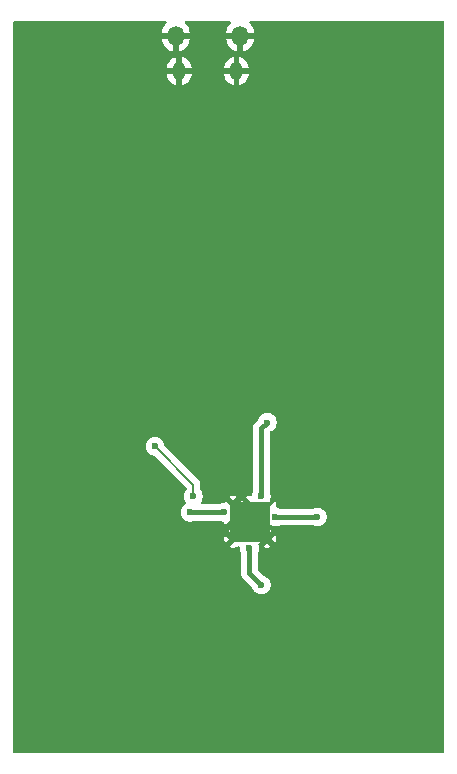
<source format=gbr>
%TF.GenerationSoftware,KiCad,Pcbnew,9.0.1*%
%TF.CreationDate,2025-04-23T18:23:55-07:00*%
%TF.ProjectId,rp2350,72703233-3530-42e6-9b69-6361645f7063,rev?*%
%TF.SameCoordinates,Original*%
%TF.FileFunction,Copper,L2,Bot*%
%TF.FilePolarity,Positive*%
%FSLAX46Y46*%
G04 Gerber Fmt 4.6, Leading zero omitted, Abs format (unit mm)*
G04 Created by KiCad (PCBNEW 9.0.1) date 2025-04-23 18:23:55*
%MOMM*%
%LPD*%
G01*
G04 APERTURE LIST*
%TA.AperFunction,HeatsinkPad*%
%ADD10C,0.500000*%
%TD*%
%TA.AperFunction,HeatsinkPad*%
%ADD11R,3.400000X3.400000*%
%TD*%
%TA.AperFunction,HeatsinkPad*%
%ADD12O,1.350000X1.700000*%
%TD*%
%TA.AperFunction,HeatsinkPad*%
%ADD13O,1.100000X1.500000*%
%TD*%
%TA.AperFunction,ViaPad*%
%ADD14C,0.600000*%
%TD*%
%TA.AperFunction,Conductor*%
%ADD15C,0.150000*%
%TD*%
%TA.AperFunction,Conductor*%
%ADD16C,0.400000*%
%TD*%
%TA.AperFunction,Conductor*%
%ADD17C,0.100000*%
%TD*%
G04 APERTURE END LIST*
D10*
%TO.P,U4,61,GND*%
%TO.N,GND*%
X122112500Y-91450000D03*
X122112500Y-92900000D03*
X122112500Y-94350000D03*
X123562500Y-91450000D03*
X123562500Y-92900000D03*
D11*
X123562500Y-92900000D03*
D10*
X123562500Y-94350000D03*
X125012500Y-91450000D03*
X125012500Y-92900000D03*
X125012500Y-94350000D03*
%TD*%
D12*
%TO.P,J3,6,Shield*%
%TO.N,GND*%
X117250000Y-51750000D03*
D13*
X117560000Y-54750000D03*
X122400000Y-54750000D03*
D12*
X122710000Y-51750000D03*
%TD*%
D14*
%TO.N,GND*%
X110500000Y-109000000D03*
X125250000Y-110000000D03*
X120500000Y-108250000D03*
X119513646Y-72083265D03*
%TO.N,/GPIO0*%
X118750000Y-90750000D03*
X115500000Y-86500000D03*
%TO.N,GND*%
X118500000Y-56250000D03*
X110250000Y-78500000D03*
X126250000Y-88500000D03*
X119500000Y-79500000D03*
X133000000Y-97500000D03*
X133000000Y-90000000D03*
X133000000Y-92000000D03*
X133000000Y-94000000D03*
X137250000Y-100750000D03*
X132875000Y-63625000D03*
X132750000Y-76000000D03*
X127500000Y-105000000D03*
X118250000Y-105000000D03*
X131000000Y-84500000D03*
X129250000Y-85750000D03*
X129250000Y-84000000D03*
%TO.N,+1V1*%
X125000000Y-84500000D03*
X124500000Y-90750000D03*
%TO.N,GND*%
X119750000Y-102500000D03*
X124750000Y-102500000D03*
X106000000Y-56250000D03*
X114250000Y-94250000D03*
X114250000Y-92250000D03*
X114250000Y-90250000D03*
%TO.N,+1V1*%
X123494987Y-95143049D03*
X124500000Y-98250000D03*
X118500000Y-92100000D03*
X121359258Y-92099966D03*
X129250000Y-92500000D03*
X125692179Y-92498886D03*
%TD*%
D15*
%TO.N,/GPIO0*%
X118750000Y-90750000D02*
X118750000Y-89750000D01*
X118750000Y-89750000D02*
X115500000Y-86500000D01*
D16*
%TO.N,+1V1*%
X125000000Y-84500000D02*
X124500000Y-85000000D01*
X124500000Y-85000000D02*
X124500000Y-90750000D01*
X123494987Y-95143049D02*
X123494987Y-97244987D01*
X123494987Y-97244987D02*
X124500000Y-98250000D01*
D15*
X118500034Y-92099966D02*
X118500000Y-92100000D01*
D16*
X121359258Y-92099966D02*
X118500034Y-92099966D01*
D17*
X129248886Y-92498886D02*
X129250000Y-92500000D01*
D16*
X125692179Y-92498886D02*
X129248886Y-92498886D01*
%TD*%
%TA.AperFunction,Conductor*%
%TO.N,GND*%
G36*
X116430476Y-50520185D02*
G01*
X116476231Y-50572989D01*
X116486175Y-50642147D01*
X116457150Y-50705703D01*
X116451118Y-50712181D01*
X116353758Y-50809540D01*
X116353754Y-50809545D01*
X116245052Y-50959162D01*
X116161084Y-51123956D01*
X116161083Y-51123959D01*
X116103933Y-51299852D01*
X116075000Y-51482526D01*
X116075000Y-51500000D01*
X116900000Y-51500000D01*
X116900000Y-52000000D01*
X116075000Y-52000000D01*
X116075000Y-52017473D01*
X116103933Y-52200147D01*
X116161083Y-52376040D01*
X116161084Y-52376043D01*
X116245052Y-52540837D01*
X116353754Y-52690454D01*
X116353758Y-52690459D01*
X116484540Y-52821241D01*
X116484545Y-52821245D01*
X116634162Y-52929947D01*
X116798956Y-53013915D01*
X116798959Y-53013916D01*
X116974845Y-53071064D01*
X116974858Y-53071067D01*
X117000000Y-53075049D01*
X117000000Y-52244975D01*
X117035095Y-52280070D01*
X117114905Y-52326148D01*
X117203922Y-52350000D01*
X117296078Y-52350000D01*
X117385095Y-52326148D01*
X117464905Y-52280070D01*
X117500000Y-52244975D01*
X117500000Y-53075048D01*
X117525141Y-53071067D01*
X117525154Y-53071064D01*
X117701040Y-53013916D01*
X117701043Y-53013915D01*
X117865837Y-52929947D01*
X118015454Y-52821245D01*
X118015459Y-52821241D01*
X118146241Y-52690459D01*
X118146245Y-52690454D01*
X118254947Y-52540837D01*
X118338915Y-52376043D01*
X118338916Y-52376040D01*
X118396066Y-52200147D01*
X118425000Y-52017473D01*
X118425000Y-52000000D01*
X117600000Y-52000000D01*
X117600000Y-51500000D01*
X118425000Y-51500000D01*
X118425000Y-51482526D01*
X118396066Y-51299852D01*
X118338916Y-51123959D01*
X118338915Y-51123956D01*
X118254947Y-50959162D01*
X118146245Y-50809545D01*
X118146241Y-50809540D01*
X118048882Y-50712181D01*
X118015397Y-50650858D01*
X118020381Y-50581166D01*
X118062253Y-50525233D01*
X118127717Y-50500816D01*
X118136563Y-50500500D01*
X121823437Y-50500500D01*
X121890476Y-50520185D01*
X121936231Y-50572989D01*
X121946175Y-50642147D01*
X121917150Y-50705703D01*
X121911118Y-50712181D01*
X121813758Y-50809540D01*
X121813754Y-50809545D01*
X121705052Y-50959162D01*
X121621084Y-51123956D01*
X121621083Y-51123959D01*
X121563933Y-51299852D01*
X121535000Y-51482526D01*
X121535000Y-51500000D01*
X122360000Y-51500000D01*
X122360000Y-52000000D01*
X121535000Y-52000000D01*
X121535000Y-52017473D01*
X121563933Y-52200147D01*
X121621083Y-52376040D01*
X121621084Y-52376043D01*
X121705052Y-52540837D01*
X121813754Y-52690454D01*
X121813758Y-52690459D01*
X121944540Y-52821241D01*
X121944545Y-52821245D01*
X122094162Y-52929947D01*
X122258956Y-53013915D01*
X122258959Y-53013916D01*
X122434845Y-53071064D01*
X122434858Y-53071067D01*
X122460000Y-53075049D01*
X122460000Y-52244975D01*
X122495095Y-52280070D01*
X122574905Y-52326148D01*
X122663922Y-52350000D01*
X122756078Y-52350000D01*
X122845095Y-52326148D01*
X122924905Y-52280070D01*
X122960000Y-52244975D01*
X122960000Y-53075048D01*
X122985141Y-53071067D01*
X122985154Y-53071064D01*
X123161040Y-53013916D01*
X123161043Y-53013915D01*
X123325837Y-52929947D01*
X123475454Y-52821245D01*
X123475459Y-52821241D01*
X123606241Y-52690459D01*
X123606245Y-52690454D01*
X123714947Y-52540837D01*
X123798915Y-52376043D01*
X123798916Y-52376040D01*
X123856066Y-52200147D01*
X123885000Y-52017473D01*
X123885000Y-52000000D01*
X123060000Y-52000000D01*
X123060000Y-51500000D01*
X123885000Y-51500000D01*
X123885000Y-51482526D01*
X123856066Y-51299852D01*
X123798916Y-51123959D01*
X123798915Y-51123956D01*
X123714947Y-50959162D01*
X123606245Y-50809545D01*
X123606241Y-50809540D01*
X123508882Y-50712181D01*
X123475397Y-50650858D01*
X123480381Y-50581166D01*
X123522253Y-50525233D01*
X123587717Y-50500816D01*
X123596563Y-50500500D01*
X139875500Y-50500500D01*
X139942539Y-50520185D01*
X139988294Y-50572989D01*
X139999500Y-50624500D01*
X139999500Y-112375500D01*
X139979815Y-112442539D01*
X139927011Y-112488294D01*
X139875500Y-112499500D01*
X103624500Y-112499500D01*
X103557461Y-112479815D01*
X103511706Y-112427011D01*
X103500500Y-112375500D01*
X103500500Y-95027577D01*
X121788475Y-95027577D01*
X121893736Y-95071178D01*
X121893740Y-95071179D01*
X122038626Y-95099999D01*
X122038629Y-95100000D01*
X122186371Y-95100000D01*
X122186373Y-95099999D01*
X122331259Y-95071179D01*
X122331267Y-95071177D01*
X122467754Y-95014642D01*
X122467765Y-95014636D01*
X122501595Y-94992032D01*
X122568272Y-94971153D01*
X122635652Y-94989637D01*
X122682343Y-95041615D01*
X122694487Y-95095133D01*
X122694487Y-95221895D01*
X122725248Y-95376538D01*
X122725251Y-95376550D01*
X122785048Y-95520913D01*
X122794487Y-95568365D01*
X122794487Y-97175993D01*
X122794487Y-97313981D01*
X122794487Y-97313983D01*
X122794486Y-97313983D01*
X122821405Y-97449309D01*
X122821408Y-97449319D01*
X122874209Y-97576794D01*
X122950874Y-97691532D01*
X122950875Y-97691533D01*
X123703928Y-98444585D01*
X123730808Y-98484814D01*
X123790602Y-98629172D01*
X123790609Y-98629185D01*
X123878210Y-98760288D01*
X123878213Y-98760292D01*
X123989707Y-98871786D01*
X123989711Y-98871789D01*
X124120814Y-98959390D01*
X124120827Y-98959397D01*
X124266498Y-99019735D01*
X124266503Y-99019737D01*
X124421153Y-99050499D01*
X124421156Y-99050500D01*
X124421158Y-99050500D01*
X124578844Y-99050500D01*
X124578845Y-99050499D01*
X124733497Y-99019737D01*
X124879179Y-98959394D01*
X125010289Y-98871789D01*
X125121789Y-98760289D01*
X125209394Y-98629179D01*
X125269737Y-98483497D01*
X125300500Y-98328842D01*
X125300500Y-98171158D01*
X125300500Y-98171155D01*
X125300499Y-98171153D01*
X125269738Y-98016510D01*
X125269737Y-98016503D01*
X125269735Y-98016498D01*
X125209397Y-97870827D01*
X125209390Y-97870814D01*
X125121789Y-97739711D01*
X125121786Y-97739707D01*
X125010292Y-97628213D01*
X125010288Y-97628210D01*
X124879185Y-97540609D01*
X124879172Y-97540602D01*
X124734814Y-97480808D01*
X124694585Y-97453928D01*
X124231806Y-96991149D01*
X124198321Y-96929826D01*
X124195487Y-96903468D01*
X124195487Y-95568365D01*
X124204926Y-95520913D01*
X124264722Y-95376550D01*
X124264724Y-95376546D01*
X124295487Y-95221891D01*
X124295487Y-95064207D01*
X124295487Y-95064204D01*
X124295486Y-95064202D01*
X124288201Y-95027577D01*
X124688475Y-95027577D01*
X124793736Y-95071178D01*
X124793740Y-95071179D01*
X124938626Y-95099999D01*
X124938629Y-95100000D01*
X125086371Y-95100000D01*
X125086373Y-95099999D01*
X125231260Y-95071179D01*
X125231275Y-95071175D01*
X125336524Y-95027578D01*
X125336524Y-95027577D01*
X125012501Y-94703554D01*
X125012500Y-94703554D01*
X124688475Y-95027577D01*
X124288201Y-95027577D01*
X124284895Y-95010954D01*
X124264725Y-94909557D01*
X124264724Y-94909556D01*
X124264724Y-94909552D01*
X124240879Y-94851986D01*
X124233411Y-94782518D01*
X124264686Y-94720039D01*
X124324244Y-94684702D01*
X124658946Y-94350000D01*
X124658946Y-94349999D01*
X124639056Y-94330109D01*
X124912500Y-94330109D01*
X124912500Y-94369891D01*
X124927724Y-94406645D01*
X124955855Y-94434776D01*
X124992609Y-94450000D01*
X125032391Y-94450000D01*
X125069145Y-94434776D01*
X125097276Y-94406645D01*
X125112500Y-94369891D01*
X125112500Y-94349999D01*
X125366054Y-94349999D01*
X125366054Y-94350001D01*
X125690077Y-94674024D01*
X125690078Y-94674024D01*
X125733675Y-94568775D01*
X125733679Y-94568760D01*
X125762499Y-94423873D01*
X125762500Y-94423871D01*
X125762500Y-94276128D01*
X125762499Y-94276126D01*
X125733679Y-94131240D01*
X125733678Y-94131236D01*
X125690077Y-94025975D01*
X125366054Y-94349999D01*
X125112500Y-94349999D01*
X125112500Y-94330109D01*
X125097276Y-94293355D01*
X125069145Y-94265224D01*
X125032391Y-94250000D01*
X124992609Y-94250000D01*
X124955855Y-94265224D01*
X124927724Y-94293355D01*
X124912500Y-94330109D01*
X124639056Y-94330109D01*
X124334921Y-94025974D01*
X124311690Y-94030595D01*
X124263308Y-94030595D01*
X124240077Y-94025974D01*
X123903217Y-94362834D01*
X123841894Y-94396319D01*
X123772202Y-94391335D01*
X123768086Y-94389715D01*
X123728484Y-94373312D01*
X123728475Y-94373309D01*
X123662500Y-94360185D01*
X123662500Y-94330109D01*
X123647276Y-94293355D01*
X123619145Y-94265224D01*
X123582391Y-94250000D01*
X123542609Y-94250000D01*
X123505855Y-94265224D01*
X123477724Y-94293355D01*
X123462500Y-94330109D01*
X123462500Y-94342549D01*
X123416145Y-94342549D01*
X123416143Y-94342549D01*
X123302114Y-94365231D01*
X123232522Y-94359004D01*
X123190241Y-94331295D01*
X122884921Y-94025974D01*
X122861690Y-94030595D01*
X122813308Y-94030595D01*
X122790077Y-94025974D01*
X122289277Y-94526777D01*
X121788475Y-95027577D01*
X103500500Y-95027577D01*
X103500500Y-94276126D01*
X121362500Y-94276126D01*
X121362500Y-94423873D01*
X121391320Y-94568759D01*
X121391322Y-94568767D01*
X121434921Y-94674024D01*
X121758946Y-94350000D01*
X121758946Y-94349999D01*
X121739056Y-94330109D01*
X122012500Y-94330109D01*
X122012500Y-94369891D01*
X122027724Y-94406645D01*
X122055855Y-94434776D01*
X122092609Y-94450000D01*
X122132391Y-94450000D01*
X122169145Y-94434776D01*
X122197276Y-94406645D01*
X122212500Y-94369891D01*
X122212500Y-94330109D01*
X122197276Y-94293355D01*
X122169145Y-94265224D01*
X122132391Y-94250000D01*
X122092609Y-94250000D01*
X122055855Y-94265224D01*
X122027724Y-94293355D01*
X122012500Y-94330109D01*
X121739056Y-94330109D01*
X121434921Y-94025974D01*
X121434920Y-94025974D01*
X121391323Y-94131228D01*
X121391320Y-94131240D01*
X121362500Y-94276126D01*
X103500500Y-94276126D01*
X103500500Y-93577577D01*
X121788474Y-93577577D01*
X121793095Y-93600808D01*
X121793095Y-93649190D01*
X121788474Y-93672421D01*
X122112500Y-93996446D01*
X122112501Y-93996446D01*
X122436524Y-93672422D01*
X122431903Y-93649191D01*
X122431903Y-93640853D01*
X122430013Y-93636050D01*
X122431903Y-93600807D01*
X122436523Y-93577577D01*
X123238474Y-93577577D01*
X123243095Y-93600808D01*
X123243095Y-93649190D01*
X123238474Y-93672421D01*
X123562500Y-93996446D01*
X123562501Y-93996446D01*
X123886524Y-93672422D01*
X123881903Y-93649191D01*
X123881903Y-93600807D01*
X123886523Y-93577576D01*
X123562501Y-93253554D01*
X123562500Y-93253554D01*
X123238474Y-93577577D01*
X122436523Y-93577577D01*
X122436523Y-93577576D01*
X122112501Y-93253554D01*
X122112500Y-93253554D01*
X121788474Y-93577577D01*
X103500500Y-93577577D01*
X103500500Y-86421153D01*
X114699500Y-86421153D01*
X114699500Y-86578846D01*
X114730261Y-86733489D01*
X114730264Y-86733501D01*
X114790602Y-86879172D01*
X114790609Y-86879185D01*
X114878210Y-87010288D01*
X114878213Y-87010292D01*
X114989707Y-87121786D01*
X114989711Y-87121789D01*
X115120814Y-87209390D01*
X115120827Y-87209397D01*
X115266498Y-87269735D01*
X115266503Y-87269737D01*
X115421153Y-87300499D01*
X115421156Y-87300500D01*
X115421158Y-87300500D01*
X115435258Y-87300500D01*
X115502297Y-87320185D01*
X115522939Y-87336819D01*
X118138181Y-89952061D01*
X118152884Y-89978988D01*
X118169477Y-90004807D01*
X118170368Y-90011007D01*
X118171666Y-90013384D01*
X118174500Y-90039742D01*
X118174500Y-90142059D01*
X118154815Y-90209098D01*
X118138181Y-90229740D01*
X118128213Y-90239707D01*
X118128210Y-90239711D01*
X118040609Y-90370814D01*
X118040602Y-90370827D01*
X117980264Y-90516498D01*
X117980261Y-90516510D01*
X117949500Y-90671153D01*
X117949500Y-90828846D01*
X117980261Y-90983489D01*
X117980264Y-90983501D01*
X118040602Y-91129172D01*
X118040609Y-91129185D01*
X118117237Y-91243866D01*
X118138115Y-91310544D01*
X118119631Y-91377924D01*
X118083026Y-91415859D01*
X117989711Y-91478210D01*
X117989707Y-91478213D01*
X117878213Y-91589707D01*
X117878210Y-91589711D01*
X117790609Y-91720814D01*
X117790602Y-91720827D01*
X117730264Y-91866498D01*
X117730261Y-91866510D01*
X117699500Y-92021153D01*
X117699500Y-92178846D01*
X117730261Y-92333489D01*
X117730264Y-92333501D01*
X117790602Y-92479172D01*
X117790609Y-92479185D01*
X117878210Y-92610288D01*
X117878213Y-92610292D01*
X117989707Y-92721786D01*
X117989711Y-92721789D01*
X118120814Y-92809390D01*
X118120827Y-92809397D01*
X118266416Y-92869701D01*
X118266503Y-92869737D01*
X118409987Y-92898278D01*
X118421153Y-92900499D01*
X118421156Y-92900500D01*
X118421158Y-92900500D01*
X118578844Y-92900500D01*
X118578845Y-92900499D01*
X118733497Y-92869737D01*
X118813226Y-92836712D01*
X118877946Y-92809905D01*
X118925398Y-92800466D01*
X120933942Y-92800466D01*
X120981394Y-92809905D01*
X121125756Y-92869701D01*
X121125761Y-92869703D01*
X121252944Y-92895001D01*
X121269416Y-92898278D01*
X121331327Y-92930663D01*
X121365901Y-92991378D01*
X121366842Y-92995703D01*
X121391320Y-93118761D01*
X121391322Y-93118767D01*
X121434921Y-93224024D01*
X121778837Y-92880109D01*
X122012500Y-92880109D01*
X122012500Y-92919891D01*
X122027724Y-92956645D01*
X122055855Y-92984776D01*
X122092609Y-93000000D01*
X122132391Y-93000000D01*
X122169145Y-92984776D01*
X122197276Y-92956645D01*
X122212500Y-92919891D01*
X122212500Y-92899999D01*
X122466054Y-92899999D01*
X122466054Y-92900001D01*
X122790076Y-93224023D01*
X122813307Y-93219403D01*
X122861691Y-93219403D01*
X122884922Y-93224024D01*
X123208946Y-92900000D01*
X123208946Y-92899999D01*
X123189056Y-92880109D01*
X123462500Y-92880109D01*
X123462500Y-92919891D01*
X123477724Y-92956645D01*
X123505855Y-92984776D01*
X123542609Y-93000000D01*
X123582391Y-93000000D01*
X123619145Y-92984776D01*
X123647276Y-92956645D01*
X123662500Y-92919891D01*
X123662500Y-92899999D01*
X123916054Y-92899999D01*
X123916054Y-92900001D01*
X124240076Y-93224023D01*
X124263307Y-93219403D01*
X124311691Y-93219403D01*
X124334922Y-93224024D01*
X124658946Y-92900000D01*
X124658946Y-92899999D01*
X124334921Y-92575974D01*
X124311690Y-92580595D01*
X124263308Y-92580595D01*
X124240077Y-92575974D01*
X123916054Y-92899999D01*
X123662500Y-92899999D01*
X123662500Y-92880109D01*
X123647276Y-92843355D01*
X123619145Y-92815224D01*
X123582391Y-92800000D01*
X123542609Y-92800000D01*
X123505855Y-92815224D01*
X123477724Y-92843355D01*
X123462500Y-92880109D01*
X123189056Y-92880109D01*
X122884921Y-92575974D01*
X122861690Y-92580595D01*
X122813308Y-92580595D01*
X122790077Y-92575974D01*
X122466054Y-92899999D01*
X122212500Y-92899999D01*
X122212500Y-92880109D01*
X122197276Y-92843355D01*
X122169145Y-92815224D01*
X122132391Y-92800000D01*
X122092609Y-92800000D01*
X122055855Y-92815224D01*
X122027724Y-92843355D01*
X122012500Y-92880109D01*
X121778837Y-92880109D01*
X121897989Y-92760957D01*
X122436524Y-92222421D01*
X122431903Y-92199191D01*
X122431903Y-92190853D01*
X122430013Y-92186050D01*
X122431903Y-92150807D01*
X122436523Y-92127577D01*
X123238474Y-92127577D01*
X123243095Y-92150808D01*
X123243095Y-92199190D01*
X123238474Y-92222421D01*
X123562500Y-92546446D01*
X123562501Y-92546446D01*
X123886524Y-92222422D01*
X123881903Y-92199191D01*
X123881903Y-92190853D01*
X123880013Y-92186050D01*
X123881903Y-92150807D01*
X123886523Y-92127577D01*
X124688474Y-92127577D01*
X124693095Y-92150808D01*
X124693095Y-92199190D01*
X124688474Y-92222420D01*
X124855360Y-92389306D01*
X124888845Y-92450629D01*
X124891679Y-92476987D01*
X124891679Y-92577732D01*
X124922440Y-92732375D01*
X124922443Y-92732387D01*
X124956622Y-92814905D01*
X124955855Y-92815224D01*
X124927724Y-92843355D01*
X124912500Y-92880109D01*
X124912500Y-92919891D01*
X124927724Y-92956645D01*
X124955855Y-92984776D01*
X124992609Y-93000000D01*
X125032391Y-93000000D01*
X125057350Y-92989661D01*
X125070389Y-93009174D01*
X125070392Y-93009178D01*
X125103087Y-93041873D01*
X125136572Y-93103196D01*
X125131588Y-93172888D01*
X125089716Y-93228821D01*
X125024252Y-93253238D01*
X125015406Y-93253554D01*
X125012500Y-93253554D01*
X124688474Y-93577577D01*
X124693095Y-93600808D01*
X124693095Y-93649190D01*
X124688474Y-93672421D01*
X125012500Y-93996446D01*
X125012501Y-93996446D01*
X125336524Y-93672422D01*
X125331903Y-93649191D01*
X125331903Y-93600807D01*
X125336523Y-93577576D01*
X125161197Y-93402250D01*
X125127712Y-93340927D01*
X125132696Y-93271235D01*
X125174568Y-93215302D01*
X125240032Y-93190885D01*
X125307537Y-93205570D01*
X125307625Y-93205407D01*
X125308199Y-93205714D01*
X125308305Y-93205737D01*
X125308773Y-93206021D01*
X125313006Y-93208283D01*
X125458677Y-93268621D01*
X125458682Y-93268623D01*
X125613332Y-93299385D01*
X125613335Y-93299386D01*
X125613337Y-93299386D01*
X125771023Y-93299386D01*
X125771024Y-93299385D01*
X125925676Y-93268623D01*
X126021767Y-93228821D01*
X126070043Y-93208825D01*
X126117495Y-93199386D01*
X128821994Y-93199386D01*
X128869446Y-93208825D01*
X129013816Y-93268624D01*
X129016503Y-93269737D01*
X129165553Y-93299385D01*
X129171153Y-93300499D01*
X129171156Y-93300500D01*
X129171158Y-93300500D01*
X129328844Y-93300500D01*
X129328845Y-93300499D01*
X129483497Y-93269737D01*
X129629179Y-93209394D01*
X129760289Y-93121789D01*
X129871789Y-93010289D01*
X129959394Y-92879179D01*
X129959856Y-92878065D01*
X130019735Y-92733501D01*
X130019737Y-92733497D01*
X130050500Y-92578842D01*
X130050500Y-92421158D01*
X130050500Y-92421155D01*
X130050499Y-92421153D01*
X130019738Y-92266510D01*
X130019737Y-92266503D01*
X130001478Y-92222421D01*
X129959397Y-92120827D01*
X129959390Y-92120814D01*
X129871789Y-91989711D01*
X129871786Y-91989707D01*
X129760292Y-91878213D01*
X129760288Y-91878210D01*
X129629185Y-91790609D01*
X129629172Y-91790602D01*
X129483501Y-91730264D01*
X129483489Y-91730261D01*
X129328845Y-91699500D01*
X129328842Y-91699500D01*
X129171158Y-91699500D01*
X129171155Y-91699500D01*
X129016510Y-91730261D01*
X129016502Y-91730263D01*
X128937316Y-91763062D01*
X128874825Y-91788947D01*
X128827374Y-91798386D01*
X126117495Y-91798386D01*
X126070043Y-91788947D01*
X125925680Y-91729150D01*
X125925670Y-91729147D01*
X125851048Y-91714304D01*
X125789137Y-91681919D01*
X125754563Y-91621203D01*
X125753623Y-91568494D01*
X125762500Y-91523870D01*
X125762500Y-91376128D01*
X125762499Y-91376126D01*
X125733679Y-91231240D01*
X125733678Y-91231236D01*
X125690077Y-91125975D01*
X125189277Y-91626777D01*
X124688474Y-92127577D01*
X123886523Y-92127577D01*
X123886523Y-92127576D01*
X123562501Y-91803554D01*
X123562500Y-91803554D01*
X123238474Y-92127577D01*
X122436523Y-92127577D01*
X122113612Y-91804666D01*
X122086734Y-91764442D01*
X122068652Y-91720787D01*
X121981047Y-91589677D01*
X121877689Y-91486319D01*
X121877687Y-91486316D01*
X121869550Y-91478179D01*
X121869546Y-91478176D01*
X121797609Y-91430109D01*
X122012500Y-91430109D01*
X122012500Y-91469891D01*
X122027724Y-91506645D01*
X122055855Y-91534776D01*
X122092609Y-91550000D01*
X122132391Y-91550000D01*
X122169145Y-91534776D01*
X122197276Y-91506645D01*
X122212500Y-91469891D01*
X122212500Y-91449999D01*
X122466054Y-91449999D01*
X122466054Y-91450001D01*
X122790076Y-91774023D01*
X122813307Y-91769403D01*
X122861691Y-91769403D01*
X122884922Y-91774024D01*
X123208946Y-91450000D01*
X123208946Y-91449999D01*
X123189056Y-91430109D01*
X123462500Y-91430109D01*
X123462500Y-91469891D01*
X123477724Y-91506645D01*
X123505855Y-91534776D01*
X123542609Y-91550000D01*
X123582391Y-91550000D01*
X123619145Y-91534776D01*
X123647276Y-91506645D01*
X123662500Y-91469891D01*
X123662500Y-91430109D01*
X123647276Y-91393355D01*
X123619145Y-91365224D01*
X123582391Y-91350000D01*
X123542609Y-91350000D01*
X123505855Y-91365224D01*
X123477724Y-91393355D01*
X123462500Y-91430109D01*
X123189056Y-91430109D01*
X122884921Y-91125974D01*
X122861690Y-91130595D01*
X122813308Y-91130595D01*
X122790077Y-91125974D01*
X122466054Y-91449999D01*
X122212500Y-91449999D01*
X122212500Y-91430109D01*
X122197276Y-91393355D01*
X122169145Y-91365224D01*
X122132391Y-91350000D01*
X122092609Y-91350000D01*
X122055855Y-91365224D01*
X122027724Y-91393355D01*
X122012500Y-91430109D01*
X121797609Y-91430109D01*
X121738443Y-91390575D01*
X121738433Y-91390570D01*
X121694784Y-91372490D01*
X121654556Y-91345610D01*
X121434921Y-91125974D01*
X121394766Y-91222918D01*
X121350925Y-91277322D01*
X121286466Y-91298775D01*
X121286476Y-91298869D01*
X121286066Y-91298909D01*
X121284631Y-91299387D01*
X121280459Y-91299461D01*
X121280411Y-91299466D01*
X121125768Y-91330227D01*
X121125756Y-91330230D01*
X120981394Y-91390027D01*
X120933942Y-91399466D01*
X119510782Y-91399466D01*
X119443743Y-91379781D01*
X119397988Y-91326977D01*
X119388044Y-91257819D01*
X119407680Y-91206575D01*
X119459390Y-91129185D01*
X119459390Y-91129184D01*
X119459394Y-91129179D01*
X119519737Y-90983497D01*
X119550500Y-90828842D01*
X119550500Y-90772420D01*
X121788474Y-90772420D01*
X121788474Y-90772421D01*
X122112500Y-91096446D01*
X122112501Y-91096446D01*
X122436524Y-90772421D01*
X122436522Y-90772420D01*
X123238474Y-90772420D01*
X123238474Y-90772421D01*
X123739277Y-91273223D01*
X124240077Y-91774023D01*
X124263307Y-91769403D01*
X124311691Y-91769403D01*
X124334920Y-91774023D01*
X124526782Y-91582162D01*
X124588105Y-91548677D01*
X124590226Y-91548235D01*
X124733497Y-91519737D01*
X124879179Y-91459394D01*
X124912500Y-91437129D01*
X124912500Y-91469891D01*
X124927724Y-91506645D01*
X124955855Y-91534776D01*
X124992609Y-91550000D01*
X125032391Y-91550000D01*
X125069145Y-91534776D01*
X125097276Y-91506645D01*
X125112500Y-91469891D01*
X125112500Y-91430109D01*
X125097276Y-91393355D01*
X125069145Y-91365224D01*
X125032391Y-91350000D01*
X125032078Y-91350000D01*
X125121789Y-91260289D01*
X125209394Y-91129179D01*
X125269737Y-90983497D01*
X125300500Y-90828842D01*
X125300500Y-90671158D01*
X125300500Y-90671155D01*
X125300499Y-90671153D01*
X125269738Y-90516510D01*
X125269737Y-90516503D01*
X125209939Y-90372136D01*
X125200500Y-90324684D01*
X125200500Y-85366259D01*
X125220185Y-85299220D01*
X125272989Y-85253465D01*
X125277048Y-85251698D01*
X125379172Y-85209397D01*
X125379172Y-85209396D01*
X125379179Y-85209394D01*
X125510289Y-85121789D01*
X125621789Y-85010289D01*
X125709394Y-84879179D01*
X125769737Y-84733497D01*
X125800500Y-84578842D01*
X125800500Y-84421158D01*
X125800500Y-84421155D01*
X125800499Y-84421153D01*
X125769737Y-84266503D01*
X125769191Y-84265184D01*
X125709397Y-84120827D01*
X125709390Y-84120814D01*
X125621789Y-83989711D01*
X125621786Y-83989707D01*
X125510292Y-83878213D01*
X125510288Y-83878210D01*
X125379185Y-83790609D01*
X125379172Y-83790602D01*
X125233501Y-83730264D01*
X125233489Y-83730261D01*
X125078845Y-83699500D01*
X125078842Y-83699500D01*
X124921158Y-83699500D01*
X124921155Y-83699500D01*
X124766510Y-83730261D01*
X124766498Y-83730264D01*
X124620827Y-83790602D01*
X124620814Y-83790609D01*
X124489711Y-83878210D01*
X124489707Y-83878213D01*
X124378213Y-83989707D01*
X124378210Y-83989711D01*
X124290609Y-84120814D01*
X124290604Y-84120823D01*
X124230809Y-84265184D01*
X124203929Y-84305412D01*
X123955887Y-84553454D01*
X123879222Y-84668192D01*
X123826421Y-84795667D01*
X123826418Y-84795677D01*
X123799500Y-84931004D01*
X123799500Y-90324684D01*
X123790061Y-90372136D01*
X123730264Y-90516498D01*
X123730261Y-90516510D01*
X123713616Y-90600191D01*
X123681231Y-90662102D01*
X123620516Y-90696676D01*
X123591999Y-90700000D01*
X123488628Y-90700000D01*
X123343740Y-90728820D01*
X123343728Y-90728823D01*
X123238474Y-90772420D01*
X122436522Y-90772420D01*
X122331267Y-90728822D01*
X122331259Y-90728820D01*
X122186372Y-90700000D01*
X122038628Y-90700000D01*
X121893740Y-90728820D01*
X121893728Y-90728823D01*
X121788474Y-90772420D01*
X119550500Y-90772420D01*
X119550500Y-90671158D01*
X119550500Y-90671155D01*
X119550499Y-90671153D01*
X119519738Y-90516510D01*
X119519737Y-90516503D01*
X119459939Y-90372136D01*
X119459397Y-90370827D01*
X119459390Y-90370814D01*
X119371789Y-90239711D01*
X119371786Y-90239707D01*
X119361819Y-90229740D01*
X119328334Y-90168417D01*
X119325500Y-90142059D01*
X119325500Y-89674236D01*
X119325500Y-89674234D01*
X119286281Y-89527865D01*
X119210515Y-89396635D01*
X119103365Y-89289485D01*
X116336819Y-86522939D01*
X116303334Y-86461616D01*
X116300500Y-86435258D01*
X116300500Y-86421155D01*
X116300499Y-86421153D01*
X116269738Y-86266510D01*
X116269737Y-86266503D01*
X116269735Y-86266498D01*
X116209397Y-86120827D01*
X116209390Y-86120814D01*
X116121789Y-85989711D01*
X116121786Y-85989707D01*
X116010292Y-85878213D01*
X116010288Y-85878210D01*
X115879185Y-85790609D01*
X115879172Y-85790602D01*
X115733501Y-85730264D01*
X115733489Y-85730261D01*
X115578845Y-85699500D01*
X115578842Y-85699500D01*
X115421158Y-85699500D01*
X115421155Y-85699500D01*
X115266510Y-85730261D01*
X115266498Y-85730264D01*
X115120827Y-85790602D01*
X115120814Y-85790609D01*
X114989711Y-85878210D01*
X114989707Y-85878213D01*
X114878213Y-85989707D01*
X114878210Y-85989711D01*
X114790609Y-86120814D01*
X114790602Y-86120827D01*
X114730264Y-86266498D01*
X114730261Y-86266510D01*
X114699500Y-86421153D01*
X103500500Y-86421153D01*
X103500500Y-54446579D01*
X116510000Y-54446579D01*
X116510000Y-54500000D01*
X117236933Y-54500000D01*
X117235000Y-54507213D01*
X117235000Y-54992787D01*
X117236933Y-55000000D01*
X116510000Y-55000000D01*
X116510000Y-55053420D01*
X116550348Y-55256266D01*
X116550350Y-55256274D01*
X116629500Y-55447358D01*
X116629505Y-55447368D01*
X116744410Y-55619335D01*
X116744413Y-55619339D01*
X116890660Y-55765586D01*
X116890664Y-55765589D01*
X117062631Y-55880494D01*
X117062641Y-55880499D01*
X117253723Y-55959648D01*
X117253725Y-55959649D01*
X117310000Y-55970842D01*
X117310000Y-55159618D01*
X117360446Y-55210064D01*
X117434555Y-55252851D01*
X117517213Y-55275000D01*
X117602787Y-55275000D01*
X117685445Y-55252851D01*
X117759554Y-55210064D01*
X117810000Y-55159618D01*
X117810000Y-55970842D01*
X117866274Y-55959649D01*
X117866276Y-55959648D01*
X118057358Y-55880499D01*
X118057368Y-55880494D01*
X118229335Y-55765589D01*
X118229339Y-55765586D01*
X118375586Y-55619339D01*
X118375589Y-55619335D01*
X118490494Y-55447368D01*
X118490499Y-55447358D01*
X118569649Y-55256274D01*
X118569651Y-55256266D01*
X118609999Y-55053420D01*
X118610000Y-55053417D01*
X118610000Y-55000000D01*
X117883067Y-55000000D01*
X117885000Y-54992787D01*
X117885000Y-54507213D01*
X117883067Y-54500000D01*
X118610000Y-54500000D01*
X118610000Y-54446583D01*
X118609999Y-54446579D01*
X121350000Y-54446579D01*
X121350000Y-54500000D01*
X122076933Y-54500000D01*
X122075000Y-54507213D01*
X122075000Y-54992787D01*
X122076933Y-55000000D01*
X121350000Y-55000000D01*
X121350000Y-55053420D01*
X121390348Y-55256266D01*
X121390350Y-55256274D01*
X121469500Y-55447358D01*
X121469505Y-55447368D01*
X121584410Y-55619335D01*
X121584413Y-55619339D01*
X121730660Y-55765586D01*
X121730664Y-55765589D01*
X121902631Y-55880494D01*
X121902641Y-55880499D01*
X122093723Y-55959648D01*
X122093725Y-55959649D01*
X122150000Y-55970842D01*
X122150000Y-55159618D01*
X122200446Y-55210064D01*
X122274555Y-55252851D01*
X122357213Y-55275000D01*
X122442787Y-55275000D01*
X122525445Y-55252851D01*
X122599554Y-55210064D01*
X122650000Y-55159618D01*
X122650000Y-55970842D01*
X122706274Y-55959649D01*
X122706276Y-55959648D01*
X122897358Y-55880499D01*
X122897368Y-55880494D01*
X123069335Y-55765589D01*
X123069339Y-55765586D01*
X123215586Y-55619339D01*
X123215589Y-55619335D01*
X123330494Y-55447368D01*
X123330499Y-55447358D01*
X123409649Y-55256274D01*
X123409651Y-55256266D01*
X123449999Y-55053420D01*
X123450000Y-55053417D01*
X123450000Y-55000000D01*
X122723067Y-55000000D01*
X122725000Y-54992787D01*
X122725000Y-54507213D01*
X122723067Y-54500000D01*
X123450000Y-54500000D01*
X123450000Y-54446583D01*
X123449999Y-54446579D01*
X123409651Y-54243733D01*
X123409649Y-54243725D01*
X123330499Y-54052641D01*
X123330494Y-54052631D01*
X123215589Y-53880664D01*
X123215586Y-53880660D01*
X123069339Y-53734413D01*
X123069335Y-53734410D01*
X122897368Y-53619505D01*
X122897358Y-53619500D01*
X122706272Y-53540349D01*
X122706267Y-53540347D01*
X122650000Y-53529155D01*
X122650000Y-54340382D01*
X122599554Y-54289936D01*
X122525445Y-54247149D01*
X122442787Y-54225000D01*
X122357213Y-54225000D01*
X122274555Y-54247149D01*
X122200446Y-54289936D01*
X122150000Y-54340382D01*
X122150000Y-53529156D01*
X122149999Y-53529155D01*
X122093732Y-53540347D01*
X122093727Y-53540349D01*
X121902641Y-53619500D01*
X121902631Y-53619505D01*
X121730664Y-53734410D01*
X121730660Y-53734413D01*
X121584413Y-53880660D01*
X121584410Y-53880664D01*
X121469505Y-54052631D01*
X121469500Y-54052641D01*
X121390350Y-54243725D01*
X121390348Y-54243733D01*
X121350000Y-54446579D01*
X118609999Y-54446579D01*
X118569651Y-54243733D01*
X118569649Y-54243725D01*
X118490499Y-54052641D01*
X118490494Y-54052631D01*
X118375589Y-53880664D01*
X118375586Y-53880660D01*
X118229339Y-53734413D01*
X118229335Y-53734410D01*
X118057368Y-53619505D01*
X118057358Y-53619500D01*
X117866272Y-53540349D01*
X117866267Y-53540347D01*
X117810000Y-53529155D01*
X117810000Y-54340382D01*
X117759554Y-54289936D01*
X117685445Y-54247149D01*
X117602787Y-54225000D01*
X117517213Y-54225000D01*
X117434555Y-54247149D01*
X117360446Y-54289936D01*
X117310000Y-54340382D01*
X117310000Y-53529156D01*
X117309999Y-53529155D01*
X117253732Y-53540347D01*
X117253727Y-53540349D01*
X117062641Y-53619500D01*
X117062631Y-53619505D01*
X116890664Y-53734410D01*
X116890660Y-53734413D01*
X116744413Y-53880660D01*
X116744410Y-53880664D01*
X116629505Y-54052631D01*
X116629500Y-54052641D01*
X116550350Y-54243725D01*
X116550348Y-54243733D01*
X116510000Y-54446579D01*
X103500500Y-54446579D01*
X103500500Y-50624500D01*
X103520185Y-50557461D01*
X103572989Y-50511706D01*
X103624500Y-50500500D01*
X116363437Y-50500500D01*
X116430476Y-50520185D01*
G37*
%TD.AperFunction*%
%TD*%
M02*

</source>
